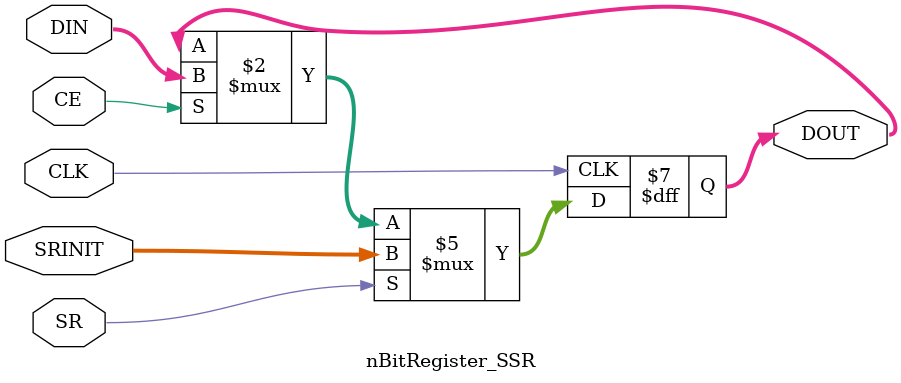
<source format=sv>
`timescale 1ns / 1ps


module nBitRegister_SSR #(parameter int SIZE = 8)(
    input CLK,  //Module Clock 
    input reg [SIZE-1 : 0] DIN,    //DIN array input
    input CE,   // Chip Enable
    input SR,   //Active High Asynchronous Reset
    input reg [SIZE-1 : 0] SRINIT,   //Initial array Value
    output reg [SIZE-1 : 0] DOUT    //DOUT array
    );
    
    always @(posedge CLK) begin
        if (SR) begin
            DOUT <= SRINIT;
        end
        else if (CE) begin 
            DOUT <= DIN;      
        end
    end
    
endmodule

</source>
